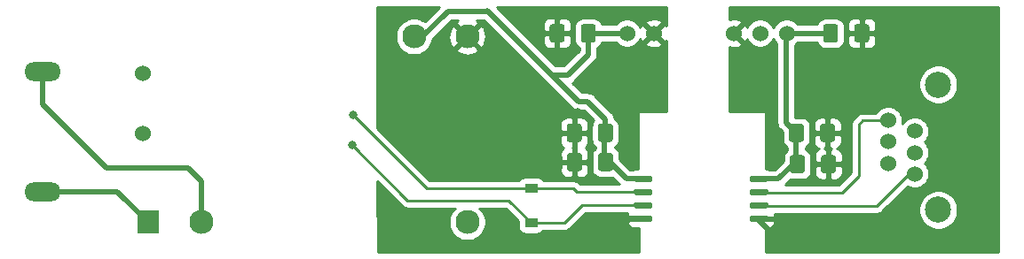
<source format=gtl>
G04 #@! TF.GenerationSoftware,KiCad,Pcbnew,(5.1.6)-1*
G04 #@! TF.CreationDate,2020-11-26T12:48:08+01:00*
G04 #@! TF.ProjectId,IsolationBarrier,49736f6c-6174-4696-9f6e-426172726965,rev?*
G04 #@! TF.SameCoordinates,Original*
G04 #@! TF.FileFunction,Copper,L1,Top*
G04 #@! TF.FilePolarity,Positive*
%FSLAX46Y46*%
G04 Gerber Fmt 4.6, Leading zero omitted, Abs format (unit mm)*
G04 Created by KiCad (PCBNEW (5.1.6)-1) date 2020-11-26 12:48:08*
%MOMM*%
%LPD*%
G01*
G04 APERTURE LIST*
G04 #@! TA.AperFunction,WasherPad*
%ADD10C,2.500000*%
G04 #@! TD*
G04 #@! TA.AperFunction,ComponentPad*
%ADD11C,1.524000*%
G04 #@! TD*
G04 #@! TA.AperFunction,ComponentPad*
%ADD12O,3.500000X1.800000*%
G04 #@! TD*
G04 #@! TA.AperFunction,ComponentPad*
%ADD13C,2.300000*%
G04 #@! TD*
G04 #@! TA.AperFunction,ComponentPad*
%ADD14R,2.000000X2.300000*%
G04 #@! TD*
G04 #@! TA.AperFunction,SMDPad,CuDef*
%ADD15R,1.200000X0.900000*%
G04 #@! TD*
G04 #@! TA.AperFunction,ViaPad*
%ADD16C,0.800000*%
G04 #@! TD*
G04 #@! TA.AperFunction,Conductor*
%ADD17C,0.500000*%
G04 #@! TD*
G04 #@! TA.AperFunction,Conductor*
%ADD18C,0.250000*%
G04 #@! TD*
G04 #@! TA.AperFunction,Conductor*
%ADD19C,0.254000*%
G04 #@! TD*
G04 APERTURE END LIST*
D10*
X121951100Y-94358700D03*
X121951100Y-106358700D03*
D11*
X119716100Y-98828700D03*
X119716100Y-100868700D03*
X119716100Y-102908700D03*
X117176100Y-97808700D03*
X117176100Y-99848700D03*
X117176100Y-101888700D03*
D12*
X36508000Y-104591800D03*
X36508000Y-93091800D03*
G04 #@! TA.AperFunction,SMDPad,CuDef*
G36*
G01*
X103946000Y-103528800D02*
X103946000Y-103228800D01*
G75*
G02*
X104096000Y-103078800I150000J0D01*
G01*
X105596000Y-103078800D01*
G75*
G02*
X105746000Y-103228800I0J-150000D01*
G01*
X105746000Y-103528800D01*
G75*
G02*
X105596000Y-103678800I-150000J0D01*
G01*
X104096000Y-103678800D01*
G75*
G02*
X103946000Y-103528800I0J150000D01*
G01*
G37*
G04 #@! TD.AperFunction*
G04 #@! TA.AperFunction,SMDPad,CuDef*
G36*
G01*
X103946000Y-104798800D02*
X103946000Y-104498800D01*
G75*
G02*
X104096000Y-104348800I150000J0D01*
G01*
X105596000Y-104348800D01*
G75*
G02*
X105746000Y-104498800I0J-150000D01*
G01*
X105746000Y-104798800D01*
G75*
G02*
X105596000Y-104948800I-150000J0D01*
G01*
X104096000Y-104948800D01*
G75*
G02*
X103946000Y-104798800I0J150000D01*
G01*
G37*
G04 #@! TD.AperFunction*
G04 #@! TA.AperFunction,SMDPad,CuDef*
G36*
G01*
X103946000Y-106068800D02*
X103946000Y-105768800D01*
G75*
G02*
X104096000Y-105618800I150000J0D01*
G01*
X105596000Y-105618800D01*
G75*
G02*
X105746000Y-105768800I0J-150000D01*
G01*
X105746000Y-106068800D01*
G75*
G02*
X105596000Y-106218800I-150000J0D01*
G01*
X104096000Y-106218800D01*
G75*
G02*
X103946000Y-106068800I0J150000D01*
G01*
G37*
G04 #@! TD.AperFunction*
G04 #@! TA.AperFunction,SMDPad,CuDef*
G36*
G01*
X103946000Y-107338800D02*
X103946000Y-107038800D01*
G75*
G02*
X104096000Y-106888800I150000J0D01*
G01*
X105596000Y-106888800D01*
G75*
G02*
X105746000Y-107038800I0J-150000D01*
G01*
X105746000Y-107338800D01*
G75*
G02*
X105596000Y-107488800I-150000J0D01*
G01*
X104096000Y-107488800D01*
G75*
G02*
X103946000Y-107338800I0J150000D01*
G01*
G37*
G04 #@! TD.AperFunction*
G04 #@! TA.AperFunction,SMDPad,CuDef*
G36*
G01*
X92896000Y-107338800D02*
X92896000Y-107038800D01*
G75*
G02*
X93046000Y-106888800I150000J0D01*
G01*
X94546000Y-106888800D01*
G75*
G02*
X94696000Y-107038800I0J-150000D01*
G01*
X94696000Y-107338800D01*
G75*
G02*
X94546000Y-107488800I-150000J0D01*
G01*
X93046000Y-107488800D01*
G75*
G02*
X92896000Y-107338800I0J150000D01*
G01*
G37*
G04 #@! TD.AperFunction*
G04 #@! TA.AperFunction,SMDPad,CuDef*
G36*
G01*
X92896000Y-106068800D02*
X92896000Y-105768800D01*
G75*
G02*
X93046000Y-105618800I150000J0D01*
G01*
X94546000Y-105618800D01*
G75*
G02*
X94696000Y-105768800I0J-150000D01*
G01*
X94696000Y-106068800D01*
G75*
G02*
X94546000Y-106218800I-150000J0D01*
G01*
X93046000Y-106218800D01*
G75*
G02*
X92896000Y-106068800I0J150000D01*
G01*
G37*
G04 #@! TD.AperFunction*
G04 #@! TA.AperFunction,SMDPad,CuDef*
G36*
G01*
X92896000Y-104798800D02*
X92896000Y-104498800D01*
G75*
G02*
X93046000Y-104348800I150000J0D01*
G01*
X94546000Y-104348800D01*
G75*
G02*
X94696000Y-104498800I0J-150000D01*
G01*
X94696000Y-104798800D01*
G75*
G02*
X94546000Y-104948800I-150000J0D01*
G01*
X93046000Y-104948800D01*
G75*
G02*
X92896000Y-104798800I0J150000D01*
G01*
G37*
G04 #@! TD.AperFunction*
G04 #@! TA.AperFunction,SMDPad,CuDef*
G36*
G01*
X92896000Y-103528800D02*
X92896000Y-103228800D01*
G75*
G02*
X93046000Y-103078800I150000J0D01*
G01*
X94546000Y-103078800D01*
G75*
G02*
X94696000Y-103228800I0J-150000D01*
G01*
X94696000Y-103528800D01*
G75*
G02*
X94546000Y-103678800I-150000J0D01*
G01*
X93046000Y-103678800D01*
G75*
G02*
X92896000Y-103528800I0J150000D01*
G01*
G37*
G04 #@! TD.AperFunction*
D13*
X71931000Y-89761300D03*
X77011000Y-89761300D03*
X51611000Y-107541300D03*
D14*
X46531000Y-107541300D03*
D13*
X77011000Y-107541300D03*
D11*
X107491000Y-89443800D03*
X104951000Y-89443800D03*
X102411000Y-89443800D03*
X94791000Y-89443800D03*
X92251000Y-89443800D03*
D15*
X83121000Y-107583800D03*
X83121000Y-104283800D03*
G04 #@! TA.AperFunction,SMDPad,CuDef*
G36*
G01*
X110680000Y-99608800D02*
X110680000Y-98358800D01*
G75*
G02*
X110930000Y-98108800I250000J0D01*
G01*
X111855000Y-98108800D01*
G75*
G02*
X112105000Y-98358800I0J-250000D01*
G01*
X112105000Y-99608800D01*
G75*
G02*
X111855000Y-99858800I-250000J0D01*
G01*
X110930000Y-99858800D01*
G75*
G02*
X110680000Y-99608800I0J250000D01*
G01*
G37*
G04 #@! TD.AperFunction*
G04 #@! TA.AperFunction,SMDPad,CuDef*
G36*
G01*
X107705000Y-99608800D02*
X107705000Y-98358800D01*
G75*
G02*
X107955000Y-98108800I250000J0D01*
G01*
X108880000Y-98108800D01*
G75*
G02*
X109130000Y-98358800I0J-250000D01*
G01*
X109130000Y-99608800D01*
G75*
G02*
X108880000Y-99858800I-250000J0D01*
G01*
X107955000Y-99858800D01*
G75*
G02*
X107705000Y-99608800I0J250000D01*
G01*
G37*
G04 #@! TD.AperFunction*
G04 #@! TA.AperFunction,SMDPad,CuDef*
G36*
G01*
X87933500Y-98358800D02*
X87933500Y-99608800D01*
G75*
G02*
X87683500Y-99858800I-250000J0D01*
G01*
X86758500Y-99858800D01*
G75*
G02*
X86508500Y-99608800I0J250000D01*
G01*
X86508500Y-98358800D01*
G75*
G02*
X86758500Y-98108800I250000J0D01*
G01*
X87683500Y-98108800D01*
G75*
G02*
X87933500Y-98358800I0J-250000D01*
G01*
G37*
G04 #@! TD.AperFunction*
G04 #@! TA.AperFunction,SMDPad,CuDef*
G36*
G01*
X90908500Y-98358800D02*
X90908500Y-99608800D01*
G75*
G02*
X90658500Y-99858800I-250000J0D01*
G01*
X89733500Y-99858800D01*
G75*
G02*
X89483500Y-99608800I0J250000D01*
G01*
X89483500Y-98358800D01*
G75*
G02*
X89733500Y-98108800I250000J0D01*
G01*
X90658500Y-98108800D01*
G75*
G02*
X90908500Y-98358800I0J-250000D01*
G01*
G37*
G04 #@! TD.AperFunction*
G04 #@! TA.AperFunction,SMDPad,CuDef*
G36*
G01*
X109217500Y-101358800D02*
X109217500Y-102608800D01*
G75*
G02*
X108967500Y-102858800I-250000J0D01*
G01*
X108042500Y-102858800D01*
G75*
G02*
X107792500Y-102608800I0J250000D01*
G01*
X107792500Y-101358800D01*
G75*
G02*
X108042500Y-101108800I250000J0D01*
G01*
X108967500Y-101108800D01*
G75*
G02*
X109217500Y-101358800I0J-250000D01*
G01*
G37*
G04 #@! TD.AperFunction*
G04 #@! TA.AperFunction,SMDPad,CuDef*
G36*
G01*
X112192500Y-101358800D02*
X112192500Y-102608800D01*
G75*
G02*
X111942500Y-102858800I-250000J0D01*
G01*
X111017500Y-102858800D01*
G75*
G02*
X110767500Y-102608800I0J250000D01*
G01*
X110767500Y-101358800D01*
G75*
G02*
X111017500Y-101108800I250000J0D01*
G01*
X111942500Y-101108800D01*
G75*
G02*
X112192500Y-101358800I0J-250000D01*
G01*
G37*
G04 #@! TD.AperFunction*
G04 #@! TA.AperFunction,SMDPad,CuDef*
G36*
G01*
X89508500Y-102408800D02*
X89508500Y-101158800D01*
G75*
G02*
X89758500Y-100908800I250000J0D01*
G01*
X90683500Y-100908800D01*
G75*
G02*
X90933500Y-101158800I0J-250000D01*
G01*
X90933500Y-102408800D01*
G75*
G02*
X90683500Y-102658800I-250000J0D01*
G01*
X89758500Y-102658800D01*
G75*
G02*
X89508500Y-102408800I0J250000D01*
G01*
G37*
G04 #@! TD.AperFunction*
G04 #@! TA.AperFunction,SMDPad,CuDef*
G36*
G01*
X86533500Y-102408800D02*
X86533500Y-101158800D01*
G75*
G02*
X86783500Y-100908800I250000J0D01*
G01*
X87708500Y-100908800D01*
G75*
G02*
X87958500Y-101158800I0J-250000D01*
G01*
X87958500Y-102408800D01*
G75*
G02*
X87708500Y-102658800I-250000J0D01*
G01*
X86783500Y-102658800D01*
G75*
G02*
X86533500Y-102408800I0J250000D01*
G01*
G37*
G04 #@! TD.AperFunction*
D11*
X46091800Y-93263500D03*
X46091800Y-99063500D03*
G04 #@! TA.AperFunction,SMDPad,CuDef*
G36*
G01*
X113944500Y-90068800D02*
X113944500Y-88818800D01*
G75*
G02*
X114194500Y-88568800I250000J0D01*
G01*
X115119500Y-88568800D01*
G75*
G02*
X115369500Y-88818800I0J-250000D01*
G01*
X115369500Y-90068800D01*
G75*
G02*
X115119500Y-90318800I-250000J0D01*
G01*
X114194500Y-90318800D01*
G75*
G02*
X113944500Y-90068800I0J250000D01*
G01*
G37*
G04 #@! TD.AperFunction*
G04 #@! TA.AperFunction,SMDPad,CuDef*
G36*
G01*
X110969500Y-90068800D02*
X110969500Y-88818800D01*
G75*
G02*
X111219500Y-88568800I250000J0D01*
G01*
X112144500Y-88568800D01*
G75*
G02*
X112394500Y-88818800I0J-250000D01*
G01*
X112394500Y-90068800D01*
G75*
G02*
X112144500Y-90318800I-250000J0D01*
G01*
X111219500Y-90318800D01*
G75*
G02*
X110969500Y-90068800I0J250000D01*
G01*
G37*
G04 #@! TD.AperFunction*
G04 #@! TA.AperFunction,SMDPad,CuDef*
G36*
G01*
X86305500Y-88818800D02*
X86305500Y-90068800D01*
G75*
G02*
X86055500Y-90318800I-250000J0D01*
G01*
X85130500Y-90318800D01*
G75*
G02*
X84880500Y-90068800I0J250000D01*
G01*
X84880500Y-88818800D01*
G75*
G02*
X85130500Y-88568800I250000J0D01*
G01*
X86055500Y-88568800D01*
G75*
G02*
X86305500Y-88818800I0J-250000D01*
G01*
G37*
G04 #@! TD.AperFunction*
G04 #@! TA.AperFunction,SMDPad,CuDef*
G36*
G01*
X89280500Y-88818800D02*
X89280500Y-90068800D01*
G75*
G02*
X89030500Y-90318800I-250000J0D01*
G01*
X88105500Y-90318800D01*
G75*
G02*
X87855500Y-90068800I0J250000D01*
G01*
X87855500Y-88818800D01*
G75*
G02*
X88105500Y-88568800I250000J0D01*
G01*
X89030500Y-88568800D01*
G75*
G02*
X89280500Y-88818800I0J-250000D01*
G01*
G37*
G04 #@! TD.AperFunction*
D16*
X71550000Y-107795300D03*
X77646000Y-91729800D03*
X82550000Y-109283500D03*
X81821000Y-97483800D03*
X87621000Y-109183800D03*
X87552000Y-97000300D03*
X82535500Y-100111800D03*
X76884000Y-102016800D03*
X70026000Y-95539800D03*
X70407000Y-99159300D03*
X70216500Y-109065300D03*
X93711500Y-87411800D03*
X93076500Y-94396800D03*
X92505000Y-91412300D03*
X91552500Y-93444300D03*
X81837000Y-94650800D03*
X113978100Y-94372700D03*
X112609100Y-92961700D03*
X112317000Y-94777800D03*
X111211000Y-108620800D03*
X118730500Y-108049300D03*
X122413500Y-102461300D03*
X120000500Y-90078800D03*
X103935000Y-92745800D03*
X126985500Y-109763800D03*
X123112000Y-87475300D03*
X116698500Y-88237300D03*
X122667500Y-99095800D03*
X105903500Y-94206300D03*
X106602000Y-87475300D03*
X66089000Y-97254300D03*
X66040000Y-100175300D03*
D17*
X93996000Y-107188800D02*
X92016000Y-107188800D01*
X92016000Y-107188800D02*
X90021000Y-109183800D01*
X90021000Y-109183800D02*
X87621000Y-109183800D01*
X90121000Y-101683800D02*
X90221000Y-101783800D01*
X90121000Y-98983800D02*
X90121000Y-101683800D01*
X90621000Y-101783800D02*
X90221000Y-101783800D01*
X93996000Y-103378800D02*
X92216000Y-103378800D01*
X92216000Y-103378800D02*
X90621000Y-101783800D01*
X88568000Y-89443800D02*
X92251000Y-89443800D01*
X85075500Y-93444300D02*
X86599500Y-93444300D01*
X88568000Y-91475800D02*
X88568000Y-89443800D01*
X86599500Y-93444300D02*
X88568000Y-91475800D01*
X72667400Y-89836100D02*
X71969200Y-89836100D01*
X75155200Y-87348300D02*
X72667400Y-89836100D01*
X85075500Y-93444300D02*
X78916000Y-87284800D01*
X78852500Y-87348300D02*
X78916000Y-87284800D01*
X75155200Y-87348300D02*
X78852500Y-87348300D01*
X90196000Y-97675800D02*
X90196000Y-98983800D01*
X88504500Y-95984300D02*
X90196000Y-97675800D01*
X85075500Y-93444300D02*
X87615500Y-95984300D01*
X87615500Y-95984300D02*
X88504500Y-95984300D01*
X104646000Y-107188800D02*
X106078000Y-108620800D01*
X110645315Y-108620800D02*
X111211000Y-108620800D01*
X106078000Y-108620800D02*
X110645315Y-108620800D01*
X106726000Y-103378800D02*
X104646000Y-103378800D01*
X108417500Y-101896300D02*
X108505000Y-101983800D01*
X108417500Y-98983800D02*
X108417500Y-101896300D01*
X111682000Y-89443800D02*
X107491000Y-89443800D01*
X107433500Y-89501300D02*
X107491000Y-89443800D01*
X107433500Y-96983800D02*
X107433500Y-89501300D01*
X106726000Y-103378800D02*
X105710000Y-103378800D01*
X108505000Y-101983800D02*
X108121000Y-101983800D01*
X108121000Y-101983800D02*
X106726000Y-103378800D01*
X107433500Y-97999800D02*
X108417500Y-98983800D01*
X107433500Y-96983800D02*
X107433500Y-97999800D01*
X36508000Y-96248300D02*
X36508000Y-93091800D01*
X40750000Y-100490300D02*
X36508000Y-96248300D01*
X51649200Y-107616100D02*
X51649200Y-103595500D01*
X51649200Y-103595500D02*
X50401000Y-102347300D01*
X50401000Y-102347300D02*
X42607000Y-102347300D01*
X42607000Y-102347300D02*
X40750000Y-100490300D01*
D18*
X83121000Y-104283800D02*
X87121000Y-104283800D01*
X87486000Y-104648800D02*
X93996000Y-104648800D01*
X87121000Y-104283800D02*
X87486000Y-104648800D01*
X73118500Y-104283800D02*
X66089000Y-97254300D01*
X83121000Y-104283800D02*
X73118500Y-104283800D01*
D17*
X43581500Y-104591800D02*
X46531000Y-107541300D01*
X36508000Y-104591800D02*
X43581500Y-104591800D01*
D18*
X83121000Y-107583800D02*
X86321000Y-107583800D01*
X87986000Y-105918800D02*
X93996000Y-105918800D01*
X86321000Y-107583800D02*
X87986000Y-105918800D01*
X71312000Y-105447300D02*
X66040000Y-100175300D01*
X80984500Y-105447300D02*
X71312000Y-105447300D01*
X83121000Y-107583800D02*
X80984500Y-105447300D01*
X119172100Y-102908700D02*
X119716100Y-102908700D01*
X104303100Y-106007700D02*
X116073100Y-106007700D01*
X116073100Y-106007700D02*
X119172100Y-102908700D01*
X104303100Y-104737700D02*
X112771100Y-104737700D01*
X112771100Y-104737700D02*
X114387100Y-103121700D01*
X114387100Y-103121700D02*
X114387100Y-98168700D01*
X114747100Y-97808700D02*
X117176100Y-97808700D01*
X114387100Y-98168700D02*
X114747100Y-97808700D01*
D19*
G36*
X127669001Y-110348000D02*
G01*
X105509226Y-110348000D01*
X105506200Y-108125673D01*
X105746000Y-108126872D01*
X105870482Y-108114612D01*
X105990180Y-108078302D01*
X106100494Y-108019337D01*
X106197185Y-107939985D01*
X106276537Y-107843294D01*
X106335502Y-107732980D01*
X106371812Y-107613282D01*
X106384072Y-107488800D01*
X106381000Y-107474550D01*
X106222250Y-107315800D01*
X105505097Y-107315800D01*
X105504752Y-107061800D01*
X106222250Y-107061800D01*
X106381000Y-106903050D01*
X106384072Y-106888800D01*
X106371812Y-106764318D01*
X106370411Y-106759700D01*
X116036165Y-106759700D01*
X116073100Y-106763338D01*
X116110035Y-106759700D01*
X116110038Y-106759700D01*
X116220518Y-106748819D01*
X116362270Y-106705818D01*
X116492910Y-106635990D01*
X116607417Y-106542017D01*
X116630967Y-106513321D01*
X116970456Y-106173832D01*
X120074100Y-106173832D01*
X120074100Y-106543568D01*
X120146232Y-106906201D01*
X120287724Y-107247793D01*
X120493139Y-107555218D01*
X120754582Y-107816661D01*
X121062007Y-108022076D01*
X121403599Y-108163568D01*
X121766232Y-108235700D01*
X122135968Y-108235700D01*
X122498601Y-108163568D01*
X122840193Y-108022076D01*
X123147618Y-107816661D01*
X123409061Y-107555218D01*
X123614476Y-107247793D01*
X123755968Y-106906201D01*
X123828100Y-106543568D01*
X123828100Y-106173832D01*
X123755968Y-105811199D01*
X123614476Y-105469607D01*
X123409061Y-105162182D01*
X123147618Y-104900739D01*
X122840193Y-104695324D01*
X122498601Y-104553832D01*
X122135968Y-104481700D01*
X121766232Y-104481700D01*
X121403599Y-104553832D01*
X121062007Y-104695324D01*
X120754582Y-104900739D01*
X120493139Y-105162182D01*
X120287724Y-105469607D01*
X120146232Y-105811199D01*
X120074100Y-106173832D01*
X116970456Y-106173832D01*
X119026098Y-104118191D01*
X119058162Y-104139616D01*
X119310944Y-104244322D01*
X119579295Y-104297700D01*
X119852905Y-104297700D01*
X120121256Y-104244322D01*
X120374038Y-104139616D01*
X120601536Y-103987607D01*
X120795007Y-103794136D01*
X120947016Y-103566638D01*
X121051722Y-103313856D01*
X121105100Y-103045505D01*
X121105100Y-102771895D01*
X121051722Y-102503544D01*
X120947016Y-102250762D01*
X120795007Y-102023264D01*
X120660443Y-101888700D01*
X120795007Y-101754136D01*
X120947016Y-101526638D01*
X121051722Y-101273856D01*
X121105100Y-101005505D01*
X121105100Y-100731895D01*
X121051722Y-100463544D01*
X120947016Y-100210762D01*
X120795007Y-99983264D01*
X120660443Y-99848700D01*
X120795007Y-99714136D01*
X120947016Y-99486638D01*
X121051722Y-99233856D01*
X121105100Y-98965505D01*
X121105100Y-98691895D01*
X121051722Y-98423544D01*
X120947016Y-98170762D01*
X120795007Y-97943264D01*
X120601536Y-97749793D01*
X120374038Y-97597784D01*
X120121256Y-97493078D01*
X119852905Y-97439700D01*
X119579295Y-97439700D01*
X119310944Y-97493078D01*
X119058162Y-97597784D01*
X118830664Y-97749793D01*
X118637193Y-97943264D01*
X118535176Y-98095943D01*
X118565100Y-97945505D01*
X118565100Y-97671895D01*
X118511722Y-97403544D01*
X118407016Y-97150762D01*
X118255007Y-96923264D01*
X118061536Y-96729793D01*
X117834038Y-96577784D01*
X117581256Y-96473078D01*
X117312905Y-96419700D01*
X117039295Y-96419700D01*
X116770944Y-96473078D01*
X116518162Y-96577784D01*
X116290664Y-96729793D01*
X116097193Y-96923264D01*
X116008034Y-97056700D01*
X114784035Y-97056700D01*
X114747100Y-97053062D01*
X114710164Y-97056700D01*
X114710162Y-97056700D01*
X114599682Y-97067581D01*
X114457930Y-97110582D01*
X114327290Y-97180410D01*
X114212783Y-97274383D01*
X114189233Y-97303079D01*
X113881475Y-97610837D01*
X113852784Y-97634383D01*
X113829238Y-97663074D01*
X113829237Y-97663075D01*
X113758810Y-97748890D01*
X113688982Y-97879531D01*
X113645982Y-98021283D01*
X113631462Y-98168700D01*
X113635101Y-98205645D01*
X113635100Y-102810211D01*
X112459612Y-103985700D01*
X107362455Y-103985700D01*
X107376597Y-103968469D01*
X107872934Y-103472132D01*
X108042500Y-103488833D01*
X108967500Y-103488833D01*
X109139186Y-103471923D01*
X109304274Y-103421844D01*
X109456420Y-103340521D01*
X109589777Y-103231077D01*
X109699221Y-103097720D01*
X109780544Y-102945574D01*
X109806866Y-102858800D01*
X110129428Y-102858800D01*
X110141688Y-102983282D01*
X110177998Y-103102980D01*
X110236963Y-103213294D01*
X110316315Y-103309985D01*
X110413006Y-103389337D01*
X110523320Y-103448302D01*
X110643018Y-103484612D01*
X110767500Y-103496872D01*
X111194250Y-103493800D01*
X111353000Y-103335050D01*
X111353000Y-102110800D01*
X111607000Y-102110800D01*
X111607000Y-103335050D01*
X111765750Y-103493800D01*
X112192500Y-103496872D01*
X112316982Y-103484612D01*
X112436680Y-103448302D01*
X112546994Y-103389337D01*
X112643685Y-103309985D01*
X112723037Y-103213294D01*
X112782002Y-103102980D01*
X112818312Y-102983282D01*
X112830572Y-102858800D01*
X112827500Y-102269550D01*
X112668750Y-102110800D01*
X111607000Y-102110800D01*
X111353000Y-102110800D01*
X110291250Y-102110800D01*
X110132500Y-102269550D01*
X110129428Y-102858800D01*
X109806866Y-102858800D01*
X109830623Y-102780486D01*
X109847533Y-102608800D01*
X109847533Y-101358800D01*
X109830623Y-101187114D01*
X109780544Y-101022026D01*
X109699221Y-100869880D01*
X109589777Y-100736523D01*
X109456420Y-100627079D01*
X109304274Y-100545756D01*
X109294500Y-100542791D01*
X109294500Y-100380299D01*
X109368920Y-100340521D01*
X109502277Y-100231077D01*
X109611721Y-100097720D01*
X109693044Y-99945574D01*
X109719366Y-99858800D01*
X110041928Y-99858800D01*
X110054188Y-99983282D01*
X110090498Y-100102980D01*
X110149463Y-100213294D01*
X110228815Y-100309985D01*
X110325506Y-100389337D01*
X110435820Y-100448302D01*
X110555518Y-100484612D01*
X110617531Y-100490720D01*
X110523320Y-100519298D01*
X110413006Y-100578263D01*
X110316315Y-100657615D01*
X110236963Y-100754306D01*
X110177998Y-100864620D01*
X110141688Y-100984318D01*
X110129428Y-101108800D01*
X110132500Y-101698050D01*
X110291250Y-101856800D01*
X111353000Y-101856800D01*
X111353000Y-100632550D01*
X111194250Y-100473800D01*
X111127232Y-100473318D01*
X111265500Y-100335050D01*
X111265500Y-99110800D01*
X111519500Y-99110800D01*
X111519500Y-100335050D01*
X111678250Y-100493800D01*
X111745268Y-100494282D01*
X111607000Y-100632550D01*
X111607000Y-101856800D01*
X112668750Y-101856800D01*
X112827500Y-101698050D01*
X112830572Y-101108800D01*
X112818312Y-100984318D01*
X112782002Y-100864620D01*
X112723037Y-100754306D01*
X112643685Y-100657615D01*
X112546994Y-100578263D01*
X112436680Y-100519298D01*
X112316982Y-100482988D01*
X112254969Y-100476880D01*
X112349180Y-100448302D01*
X112459494Y-100389337D01*
X112556185Y-100309985D01*
X112635537Y-100213294D01*
X112694502Y-100102980D01*
X112730812Y-99983282D01*
X112743072Y-99858800D01*
X112740000Y-99269550D01*
X112581250Y-99110800D01*
X111519500Y-99110800D01*
X111265500Y-99110800D01*
X110203750Y-99110800D01*
X110045000Y-99269550D01*
X110041928Y-99858800D01*
X109719366Y-99858800D01*
X109743123Y-99780486D01*
X109760033Y-99608800D01*
X109760033Y-98358800D01*
X109743123Y-98187114D01*
X109719367Y-98108800D01*
X110041928Y-98108800D01*
X110045000Y-98698050D01*
X110203750Y-98856800D01*
X111265500Y-98856800D01*
X111265500Y-97632550D01*
X111519500Y-97632550D01*
X111519500Y-98856800D01*
X112581250Y-98856800D01*
X112740000Y-98698050D01*
X112743072Y-98108800D01*
X112730812Y-97984318D01*
X112694502Y-97864620D01*
X112635537Y-97754306D01*
X112556185Y-97657615D01*
X112459494Y-97578263D01*
X112349180Y-97519298D01*
X112229482Y-97482988D01*
X112105000Y-97470728D01*
X111678250Y-97473800D01*
X111519500Y-97632550D01*
X111265500Y-97632550D01*
X111106750Y-97473800D01*
X110680000Y-97470728D01*
X110555518Y-97482988D01*
X110435820Y-97519298D01*
X110325506Y-97578263D01*
X110228815Y-97657615D01*
X110149463Y-97754306D01*
X110090498Y-97864620D01*
X110054188Y-97984318D01*
X110041928Y-98108800D01*
X109719367Y-98108800D01*
X109693044Y-98022026D01*
X109611721Y-97869880D01*
X109502277Y-97736523D01*
X109368920Y-97627079D01*
X109216774Y-97545756D01*
X109051686Y-97495677D01*
X108880000Y-97478767D01*
X108310500Y-97478767D01*
X108310500Y-94173832D01*
X120074100Y-94173832D01*
X120074100Y-94543568D01*
X120146232Y-94906201D01*
X120287724Y-95247793D01*
X120493139Y-95555218D01*
X120754582Y-95816661D01*
X121062007Y-96022076D01*
X121403599Y-96163568D01*
X121766232Y-96235700D01*
X122135968Y-96235700D01*
X122498601Y-96163568D01*
X122840193Y-96022076D01*
X123147618Y-95816661D01*
X123409061Y-95555218D01*
X123614476Y-95247793D01*
X123755968Y-94906201D01*
X123828100Y-94543568D01*
X123828100Y-94173832D01*
X123755968Y-93811199D01*
X123614476Y-93469607D01*
X123409061Y-93162182D01*
X123147618Y-92900739D01*
X122840193Y-92695324D01*
X122498601Y-92553832D01*
X122135968Y-92481700D01*
X121766232Y-92481700D01*
X121403599Y-92553832D01*
X121062007Y-92695324D01*
X120754582Y-92900739D01*
X120493139Y-93162182D01*
X120287724Y-93469607D01*
X120146232Y-93811199D01*
X120074100Y-94173832D01*
X108310500Y-94173832D01*
X108310500Y-90566764D01*
X108376436Y-90522707D01*
X108569907Y-90329236D01*
X108575544Y-90320800D01*
X110380740Y-90320800D01*
X110406456Y-90405574D01*
X110487779Y-90557720D01*
X110597223Y-90691077D01*
X110730580Y-90800521D01*
X110882726Y-90881844D01*
X111047814Y-90931923D01*
X111219500Y-90948833D01*
X112144500Y-90948833D01*
X112316186Y-90931923D01*
X112481274Y-90881844D01*
X112633420Y-90800521D01*
X112766777Y-90691077D01*
X112876221Y-90557720D01*
X112957544Y-90405574D01*
X112983866Y-90318800D01*
X113306428Y-90318800D01*
X113318688Y-90443282D01*
X113354998Y-90562980D01*
X113413963Y-90673294D01*
X113493315Y-90769985D01*
X113590006Y-90849337D01*
X113700320Y-90908302D01*
X113820018Y-90944612D01*
X113944500Y-90956872D01*
X114371250Y-90953800D01*
X114530000Y-90795050D01*
X114530000Y-89570800D01*
X114784000Y-89570800D01*
X114784000Y-90795050D01*
X114942750Y-90953800D01*
X115369500Y-90956872D01*
X115493982Y-90944612D01*
X115613680Y-90908302D01*
X115723994Y-90849337D01*
X115820685Y-90769985D01*
X115900037Y-90673294D01*
X115959002Y-90562980D01*
X115995312Y-90443282D01*
X116007572Y-90318800D01*
X116004500Y-89729550D01*
X115845750Y-89570800D01*
X114784000Y-89570800D01*
X114530000Y-89570800D01*
X113468250Y-89570800D01*
X113309500Y-89729550D01*
X113306428Y-90318800D01*
X112983866Y-90318800D01*
X113007623Y-90240486D01*
X113024533Y-90068800D01*
X113024533Y-88818800D01*
X113007623Y-88647114D01*
X112983867Y-88568800D01*
X113306428Y-88568800D01*
X113309500Y-89158050D01*
X113468250Y-89316800D01*
X114530000Y-89316800D01*
X114530000Y-88092550D01*
X114784000Y-88092550D01*
X114784000Y-89316800D01*
X115845750Y-89316800D01*
X116004500Y-89158050D01*
X116007572Y-88568800D01*
X115995312Y-88444318D01*
X115959002Y-88324620D01*
X115900037Y-88214306D01*
X115820685Y-88117615D01*
X115723994Y-88038263D01*
X115613680Y-87979298D01*
X115493982Y-87942988D01*
X115369500Y-87930728D01*
X114942750Y-87933800D01*
X114784000Y-88092550D01*
X114530000Y-88092550D01*
X114371250Y-87933800D01*
X113944500Y-87930728D01*
X113820018Y-87942988D01*
X113700320Y-87979298D01*
X113590006Y-88038263D01*
X113493315Y-88117615D01*
X113413963Y-88214306D01*
X113354998Y-88324620D01*
X113318688Y-88444318D01*
X113306428Y-88568800D01*
X112983867Y-88568800D01*
X112957544Y-88482026D01*
X112876221Y-88329880D01*
X112766777Y-88196523D01*
X112633420Y-88087079D01*
X112481274Y-88005756D01*
X112316186Y-87955677D01*
X112144500Y-87938767D01*
X111219500Y-87938767D01*
X111047814Y-87955677D01*
X110882726Y-88005756D01*
X110730580Y-88087079D01*
X110597223Y-88196523D01*
X110487779Y-88329880D01*
X110406456Y-88482026D01*
X110380740Y-88566800D01*
X108575544Y-88566800D01*
X108569907Y-88558364D01*
X108376436Y-88364893D01*
X108148938Y-88212884D01*
X107896156Y-88108178D01*
X107627805Y-88054800D01*
X107354195Y-88054800D01*
X107085844Y-88108178D01*
X106833062Y-88212884D01*
X106605564Y-88364893D01*
X106412093Y-88558364D01*
X106260084Y-88785862D01*
X106221000Y-88880219D01*
X106181916Y-88785862D01*
X106029907Y-88558364D01*
X105836436Y-88364893D01*
X105608938Y-88212884D01*
X105356156Y-88108178D01*
X105087805Y-88054800D01*
X104814195Y-88054800D01*
X104545844Y-88108178D01*
X104293062Y-88212884D01*
X104065564Y-88364893D01*
X103872093Y-88558364D01*
X103720084Y-88785862D01*
X103687336Y-88864922D01*
X103678636Y-88840777D01*
X103616656Y-88724820D01*
X103376565Y-88657840D01*
X102590605Y-89443800D01*
X103376565Y-90229760D01*
X103616656Y-90162780D01*
X103685088Y-90017251D01*
X103720084Y-90101738D01*
X103872093Y-90329236D01*
X104065564Y-90522707D01*
X104293062Y-90674716D01*
X104545844Y-90779422D01*
X104814195Y-90832800D01*
X105087805Y-90832800D01*
X105356156Y-90779422D01*
X105608938Y-90674716D01*
X105836436Y-90522707D01*
X106029907Y-90329236D01*
X106181916Y-90101738D01*
X106221000Y-90007381D01*
X106260084Y-90101738D01*
X106412093Y-90329236D01*
X106556501Y-90473644D01*
X106556500Y-96940721D01*
X106556500Y-96940722D01*
X106556501Y-97956711D01*
X106552257Y-97999800D01*
X106569190Y-98171722D01*
X106619338Y-98337036D01*
X106700774Y-98489392D01*
X106782906Y-98589471D01*
X106782909Y-98589474D01*
X106810368Y-98622933D01*
X106843827Y-98650392D01*
X107074967Y-98881532D01*
X107074967Y-99608800D01*
X107091877Y-99780486D01*
X107141956Y-99945574D01*
X107223279Y-100097720D01*
X107332723Y-100231077D01*
X107466080Y-100340521D01*
X107540500Y-100380299D01*
X107540501Y-100637813D01*
X107420223Y-100736523D01*
X107310779Y-100869880D01*
X107229456Y-101022026D01*
X107179377Y-101187114D01*
X107162467Y-101358800D01*
X107162467Y-101702067D01*
X106362735Y-102501800D01*
X105873596Y-102501800D01*
X105748177Y-102463755D01*
X105596000Y-102448767D01*
X105498471Y-102448767D01*
X105491139Y-97063627D01*
X105488665Y-97038854D01*
X105481405Y-97015039D01*
X105469639Y-96993099D01*
X105453819Y-96973875D01*
X105434553Y-96958107D01*
X105412580Y-96946401D01*
X105388746Y-96939207D01*
X105364139Y-96936800D01*
X102030000Y-96936800D01*
X102030000Y-90788626D01*
X102208135Y-90832823D01*
X102483017Y-90845710D01*
X102755133Y-90804722D01*
X103014023Y-90711436D01*
X103129980Y-90649456D01*
X103196960Y-90409365D01*
X102411000Y-89623405D01*
X102396858Y-89637548D01*
X102217253Y-89457943D01*
X102231395Y-89443800D01*
X102217253Y-89429658D01*
X102396858Y-89250053D01*
X102411000Y-89264195D01*
X103196960Y-88478235D01*
X103129980Y-88238144D01*
X102880952Y-88121044D01*
X102613865Y-88054777D01*
X102338983Y-88041890D01*
X102066867Y-88082878D01*
X102030000Y-88096162D01*
X102030000Y-86935800D01*
X127669000Y-86935800D01*
X127669001Y-110348000D01*
G37*
X127669001Y-110348000D02*
X105509226Y-110348000D01*
X105506200Y-108125673D01*
X105746000Y-108126872D01*
X105870482Y-108114612D01*
X105990180Y-108078302D01*
X106100494Y-108019337D01*
X106197185Y-107939985D01*
X106276537Y-107843294D01*
X106335502Y-107732980D01*
X106371812Y-107613282D01*
X106384072Y-107488800D01*
X106381000Y-107474550D01*
X106222250Y-107315800D01*
X105505097Y-107315800D01*
X105504752Y-107061800D01*
X106222250Y-107061800D01*
X106381000Y-106903050D01*
X106384072Y-106888800D01*
X106371812Y-106764318D01*
X106370411Y-106759700D01*
X116036165Y-106759700D01*
X116073100Y-106763338D01*
X116110035Y-106759700D01*
X116110038Y-106759700D01*
X116220518Y-106748819D01*
X116362270Y-106705818D01*
X116492910Y-106635990D01*
X116607417Y-106542017D01*
X116630967Y-106513321D01*
X116970456Y-106173832D01*
X120074100Y-106173832D01*
X120074100Y-106543568D01*
X120146232Y-106906201D01*
X120287724Y-107247793D01*
X120493139Y-107555218D01*
X120754582Y-107816661D01*
X121062007Y-108022076D01*
X121403599Y-108163568D01*
X121766232Y-108235700D01*
X122135968Y-108235700D01*
X122498601Y-108163568D01*
X122840193Y-108022076D01*
X123147618Y-107816661D01*
X123409061Y-107555218D01*
X123614476Y-107247793D01*
X123755968Y-106906201D01*
X123828100Y-106543568D01*
X123828100Y-106173832D01*
X123755968Y-105811199D01*
X123614476Y-105469607D01*
X123409061Y-105162182D01*
X123147618Y-104900739D01*
X122840193Y-104695324D01*
X122498601Y-104553832D01*
X122135968Y-104481700D01*
X121766232Y-104481700D01*
X121403599Y-104553832D01*
X121062007Y-104695324D01*
X120754582Y-104900739D01*
X120493139Y-105162182D01*
X120287724Y-105469607D01*
X120146232Y-105811199D01*
X120074100Y-106173832D01*
X116970456Y-106173832D01*
X119026098Y-104118191D01*
X119058162Y-104139616D01*
X119310944Y-104244322D01*
X119579295Y-104297700D01*
X119852905Y-104297700D01*
X120121256Y-104244322D01*
X120374038Y-104139616D01*
X120601536Y-103987607D01*
X120795007Y-103794136D01*
X120947016Y-103566638D01*
X121051722Y-103313856D01*
X121105100Y-103045505D01*
X121105100Y-102771895D01*
X121051722Y-102503544D01*
X120947016Y-102250762D01*
X120795007Y-102023264D01*
X120660443Y-101888700D01*
X120795007Y-101754136D01*
X120947016Y-101526638D01*
X121051722Y-101273856D01*
X121105100Y-101005505D01*
X121105100Y-100731895D01*
X121051722Y-100463544D01*
X120947016Y-100210762D01*
X120795007Y-99983264D01*
X120660443Y-99848700D01*
X120795007Y-99714136D01*
X120947016Y-99486638D01*
X121051722Y-99233856D01*
X121105100Y-98965505D01*
X121105100Y-98691895D01*
X121051722Y-98423544D01*
X120947016Y-98170762D01*
X120795007Y-97943264D01*
X120601536Y-97749793D01*
X120374038Y-97597784D01*
X120121256Y-97493078D01*
X119852905Y-97439700D01*
X119579295Y-97439700D01*
X119310944Y-97493078D01*
X119058162Y-97597784D01*
X118830664Y-97749793D01*
X118637193Y-97943264D01*
X118535176Y-98095943D01*
X118565100Y-97945505D01*
X118565100Y-97671895D01*
X118511722Y-97403544D01*
X118407016Y-97150762D01*
X118255007Y-96923264D01*
X118061536Y-96729793D01*
X117834038Y-96577784D01*
X117581256Y-96473078D01*
X117312905Y-96419700D01*
X117039295Y-96419700D01*
X116770944Y-96473078D01*
X116518162Y-96577784D01*
X116290664Y-96729793D01*
X116097193Y-96923264D01*
X116008034Y-97056700D01*
X114784035Y-97056700D01*
X114747100Y-97053062D01*
X114710164Y-97056700D01*
X114710162Y-97056700D01*
X114599682Y-97067581D01*
X114457930Y-97110582D01*
X114327290Y-97180410D01*
X114212783Y-97274383D01*
X114189233Y-97303079D01*
X113881475Y-97610837D01*
X113852784Y-97634383D01*
X113829238Y-97663074D01*
X113829237Y-97663075D01*
X113758810Y-97748890D01*
X113688982Y-97879531D01*
X113645982Y-98021283D01*
X113631462Y-98168700D01*
X113635101Y-98205645D01*
X113635100Y-102810211D01*
X112459612Y-103985700D01*
X107362455Y-103985700D01*
X107376597Y-103968469D01*
X107872934Y-103472132D01*
X108042500Y-103488833D01*
X108967500Y-103488833D01*
X109139186Y-103471923D01*
X109304274Y-103421844D01*
X109456420Y-103340521D01*
X109589777Y-103231077D01*
X109699221Y-103097720D01*
X109780544Y-102945574D01*
X109806866Y-102858800D01*
X110129428Y-102858800D01*
X110141688Y-102983282D01*
X110177998Y-103102980D01*
X110236963Y-103213294D01*
X110316315Y-103309985D01*
X110413006Y-103389337D01*
X110523320Y-103448302D01*
X110643018Y-103484612D01*
X110767500Y-103496872D01*
X111194250Y-103493800D01*
X111353000Y-103335050D01*
X111353000Y-102110800D01*
X111607000Y-102110800D01*
X111607000Y-103335050D01*
X111765750Y-103493800D01*
X112192500Y-103496872D01*
X112316982Y-103484612D01*
X112436680Y-103448302D01*
X112546994Y-103389337D01*
X112643685Y-103309985D01*
X112723037Y-103213294D01*
X112782002Y-103102980D01*
X112818312Y-102983282D01*
X112830572Y-102858800D01*
X112827500Y-102269550D01*
X112668750Y-102110800D01*
X111607000Y-102110800D01*
X111353000Y-102110800D01*
X110291250Y-102110800D01*
X110132500Y-102269550D01*
X110129428Y-102858800D01*
X109806866Y-102858800D01*
X109830623Y-102780486D01*
X109847533Y-102608800D01*
X109847533Y-101358800D01*
X109830623Y-101187114D01*
X109780544Y-101022026D01*
X109699221Y-100869880D01*
X109589777Y-100736523D01*
X109456420Y-100627079D01*
X109304274Y-100545756D01*
X109294500Y-100542791D01*
X109294500Y-100380299D01*
X109368920Y-100340521D01*
X109502277Y-100231077D01*
X109611721Y-100097720D01*
X109693044Y-99945574D01*
X109719366Y-99858800D01*
X110041928Y-99858800D01*
X110054188Y-99983282D01*
X110090498Y-100102980D01*
X110149463Y-100213294D01*
X110228815Y-100309985D01*
X110325506Y-100389337D01*
X110435820Y-100448302D01*
X110555518Y-100484612D01*
X110617531Y-100490720D01*
X110523320Y-100519298D01*
X110413006Y-100578263D01*
X110316315Y-100657615D01*
X110236963Y-100754306D01*
X110177998Y-100864620D01*
X110141688Y-100984318D01*
X110129428Y-101108800D01*
X110132500Y-101698050D01*
X110291250Y-101856800D01*
X111353000Y-101856800D01*
X111353000Y-100632550D01*
X111194250Y-100473800D01*
X111127232Y-100473318D01*
X111265500Y-100335050D01*
X111265500Y-99110800D01*
X111519500Y-99110800D01*
X111519500Y-100335050D01*
X111678250Y-100493800D01*
X111745268Y-100494282D01*
X111607000Y-100632550D01*
X111607000Y-101856800D01*
X112668750Y-101856800D01*
X112827500Y-101698050D01*
X112830572Y-101108800D01*
X112818312Y-100984318D01*
X112782002Y-100864620D01*
X112723037Y-100754306D01*
X112643685Y-100657615D01*
X112546994Y-100578263D01*
X112436680Y-100519298D01*
X112316982Y-100482988D01*
X112254969Y-100476880D01*
X112349180Y-100448302D01*
X112459494Y-100389337D01*
X112556185Y-100309985D01*
X112635537Y-100213294D01*
X112694502Y-100102980D01*
X112730812Y-99983282D01*
X112743072Y-99858800D01*
X112740000Y-99269550D01*
X112581250Y-99110800D01*
X111519500Y-99110800D01*
X111265500Y-99110800D01*
X110203750Y-99110800D01*
X110045000Y-99269550D01*
X110041928Y-99858800D01*
X109719366Y-99858800D01*
X109743123Y-99780486D01*
X109760033Y-99608800D01*
X109760033Y-98358800D01*
X109743123Y-98187114D01*
X109719367Y-98108800D01*
X110041928Y-98108800D01*
X110045000Y-98698050D01*
X110203750Y-98856800D01*
X111265500Y-98856800D01*
X111265500Y-97632550D01*
X111519500Y-97632550D01*
X111519500Y-98856800D01*
X112581250Y-98856800D01*
X112740000Y-98698050D01*
X112743072Y-98108800D01*
X112730812Y-97984318D01*
X112694502Y-97864620D01*
X112635537Y-97754306D01*
X112556185Y-97657615D01*
X112459494Y-97578263D01*
X112349180Y-97519298D01*
X112229482Y-97482988D01*
X112105000Y-97470728D01*
X111678250Y-97473800D01*
X111519500Y-97632550D01*
X111265500Y-97632550D01*
X111106750Y-97473800D01*
X110680000Y-97470728D01*
X110555518Y-97482988D01*
X110435820Y-97519298D01*
X110325506Y-97578263D01*
X110228815Y-97657615D01*
X110149463Y-97754306D01*
X110090498Y-97864620D01*
X110054188Y-97984318D01*
X110041928Y-98108800D01*
X109719367Y-98108800D01*
X109693044Y-98022026D01*
X109611721Y-97869880D01*
X109502277Y-97736523D01*
X109368920Y-97627079D01*
X109216774Y-97545756D01*
X109051686Y-97495677D01*
X108880000Y-97478767D01*
X108310500Y-97478767D01*
X108310500Y-94173832D01*
X120074100Y-94173832D01*
X120074100Y-94543568D01*
X120146232Y-94906201D01*
X120287724Y-95247793D01*
X120493139Y-95555218D01*
X120754582Y-95816661D01*
X121062007Y-96022076D01*
X121403599Y-96163568D01*
X121766232Y-96235700D01*
X122135968Y-96235700D01*
X122498601Y-96163568D01*
X122840193Y-96022076D01*
X123147618Y-95816661D01*
X123409061Y-95555218D01*
X123614476Y-95247793D01*
X123755968Y-94906201D01*
X123828100Y-94543568D01*
X123828100Y-94173832D01*
X123755968Y-93811199D01*
X123614476Y-93469607D01*
X123409061Y-93162182D01*
X123147618Y-92900739D01*
X122840193Y-92695324D01*
X122498601Y-92553832D01*
X122135968Y-92481700D01*
X121766232Y-92481700D01*
X121403599Y-92553832D01*
X121062007Y-92695324D01*
X120754582Y-92900739D01*
X120493139Y-93162182D01*
X120287724Y-93469607D01*
X120146232Y-93811199D01*
X120074100Y-94173832D01*
X108310500Y-94173832D01*
X108310500Y-90566764D01*
X108376436Y-90522707D01*
X108569907Y-90329236D01*
X108575544Y-90320800D01*
X110380740Y-90320800D01*
X110406456Y-90405574D01*
X110487779Y-90557720D01*
X110597223Y-90691077D01*
X110730580Y-90800521D01*
X110882726Y-90881844D01*
X111047814Y-90931923D01*
X111219500Y-90948833D01*
X112144500Y-90948833D01*
X112316186Y-90931923D01*
X112481274Y-90881844D01*
X112633420Y-90800521D01*
X112766777Y-90691077D01*
X112876221Y-90557720D01*
X112957544Y-90405574D01*
X112983866Y-90318800D01*
X113306428Y-90318800D01*
X113318688Y-90443282D01*
X113354998Y-90562980D01*
X113413963Y-90673294D01*
X113493315Y-90769985D01*
X113590006Y-90849337D01*
X113700320Y-90908302D01*
X113820018Y-90944612D01*
X113944500Y-90956872D01*
X114371250Y-90953800D01*
X114530000Y-90795050D01*
X114530000Y-89570800D01*
X114784000Y-89570800D01*
X114784000Y-90795050D01*
X114942750Y-90953800D01*
X115369500Y-90956872D01*
X115493982Y-90944612D01*
X115613680Y-90908302D01*
X115723994Y-90849337D01*
X115820685Y-90769985D01*
X115900037Y-90673294D01*
X115959002Y-90562980D01*
X115995312Y-90443282D01*
X116007572Y-90318800D01*
X116004500Y-89729550D01*
X115845750Y-89570800D01*
X114784000Y-89570800D01*
X114530000Y-89570800D01*
X113468250Y-89570800D01*
X113309500Y-89729550D01*
X113306428Y-90318800D01*
X112983866Y-90318800D01*
X113007623Y-90240486D01*
X113024533Y-90068800D01*
X113024533Y-88818800D01*
X113007623Y-88647114D01*
X112983867Y-88568800D01*
X113306428Y-88568800D01*
X113309500Y-89158050D01*
X113468250Y-89316800D01*
X114530000Y-89316800D01*
X114530000Y-88092550D01*
X114784000Y-88092550D01*
X114784000Y-89316800D01*
X115845750Y-89316800D01*
X116004500Y-89158050D01*
X116007572Y-88568800D01*
X115995312Y-88444318D01*
X115959002Y-88324620D01*
X115900037Y-88214306D01*
X115820685Y-88117615D01*
X115723994Y-88038263D01*
X115613680Y-87979298D01*
X115493982Y-87942988D01*
X115369500Y-87930728D01*
X114942750Y-87933800D01*
X114784000Y-88092550D01*
X114530000Y-88092550D01*
X114371250Y-87933800D01*
X113944500Y-87930728D01*
X113820018Y-87942988D01*
X113700320Y-87979298D01*
X113590006Y-88038263D01*
X113493315Y-88117615D01*
X113413963Y-88214306D01*
X113354998Y-88324620D01*
X113318688Y-88444318D01*
X113306428Y-88568800D01*
X112983867Y-88568800D01*
X112957544Y-88482026D01*
X112876221Y-88329880D01*
X112766777Y-88196523D01*
X112633420Y-88087079D01*
X112481274Y-88005756D01*
X112316186Y-87955677D01*
X112144500Y-87938767D01*
X111219500Y-87938767D01*
X111047814Y-87955677D01*
X110882726Y-88005756D01*
X110730580Y-88087079D01*
X110597223Y-88196523D01*
X110487779Y-88329880D01*
X110406456Y-88482026D01*
X110380740Y-88566800D01*
X108575544Y-88566800D01*
X108569907Y-88558364D01*
X108376436Y-88364893D01*
X108148938Y-88212884D01*
X107896156Y-88108178D01*
X107627805Y-88054800D01*
X107354195Y-88054800D01*
X107085844Y-88108178D01*
X106833062Y-88212884D01*
X106605564Y-88364893D01*
X106412093Y-88558364D01*
X106260084Y-88785862D01*
X106221000Y-88880219D01*
X106181916Y-88785862D01*
X106029907Y-88558364D01*
X105836436Y-88364893D01*
X105608938Y-88212884D01*
X105356156Y-88108178D01*
X105087805Y-88054800D01*
X104814195Y-88054800D01*
X104545844Y-88108178D01*
X104293062Y-88212884D01*
X104065564Y-88364893D01*
X103872093Y-88558364D01*
X103720084Y-88785862D01*
X103687336Y-88864922D01*
X103678636Y-88840777D01*
X103616656Y-88724820D01*
X103376565Y-88657840D01*
X102590605Y-89443800D01*
X103376565Y-90229760D01*
X103616656Y-90162780D01*
X103685088Y-90017251D01*
X103720084Y-90101738D01*
X103872093Y-90329236D01*
X104065564Y-90522707D01*
X104293062Y-90674716D01*
X104545844Y-90779422D01*
X104814195Y-90832800D01*
X105087805Y-90832800D01*
X105356156Y-90779422D01*
X105608938Y-90674716D01*
X105836436Y-90522707D01*
X106029907Y-90329236D01*
X106181916Y-90101738D01*
X106221000Y-90007381D01*
X106260084Y-90101738D01*
X106412093Y-90329236D01*
X106556501Y-90473644D01*
X106556500Y-96940721D01*
X106556500Y-96940722D01*
X106556501Y-97956711D01*
X106552257Y-97999800D01*
X106569190Y-98171722D01*
X106619338Y-98337036D01*
X106700774Y-98489392D01*
X106782906Y-98589471D01*
X106782909Y-98589474D01*
X106810368Y-98622933D01*
X106843827Y-98650392D01*
X107074967Y-98881532D01*
X107074967Y-99608800D01*
X107091877Y-99780486D01*
X107141956Y-99945574D01*
X107223279Y-100097720D01*
X107332723Y-100231077D01*
X107466080Y-100340521D01*
X107540500Y-100380299D01*
X107540501Y-100637813D01*
X107420223Y-100736523D01*
X107310779Y-100869880D01*
X107229456Y-101022026D01*
X107179377Y-101187114D01*
X107162467Y-101358800D01*
X107162467Y-101702067D01*
X106362735Y-102501800D01*
X105873596Y-102501800D01*
X105748177Y-102463755D01*
X105596000Y-102448767D01*
X105498471Y-102448767D01*
X105491139Y-97063627D01*
X105488665Y-97038854D01*
X105481405Y-97015039D01*
X105469639Y-96993099D01*
X105453819Y-96973875D01*
X105434553Y-96958107D01*
X105412580Y-96946401D01*
X105388746Y-96939207D01*
X105364139Y-96936800D01*
X102030000Y-96936800D01*
X102030000Y-90788626D01*
X102208135Y-90832823D01*
X102483017Y-90845710D01*
X102755133Y-90804722D01*
X103014023Y-90711436D01*
X103129980Y-90649456D01*
X103196960Y-90409365D01*
X102411000Y-89623405D01*
X102396858Y-89637548D01*
X102217253Y-89457943D01*
X102231395Y-89443800D01*
X102217253Y-89429658D01*
X102396858Y-89250053D01*
X102411000Y-89264195D01*
X103196960Y-88478235D01*
X103129980Y-88238144D01*
X102880952Y-88121044D01*
X102613865Y-88054777D01*
X102338983Y-88041890D01*
X102066867Y-88082878D01*
X102030000Y-88096162D01*
X102030000Y-86935800D01*
X127669000Y-86935800D01*
X127669001Y-110348000D01*
G36*
X70754136Y-105952925D02*
G01*
X70777683Y-105981617D01*
X70892190Y-106075590D01*
X71022830Y-106145418D01*
X71164582Y-106188419D01*
X71275062Y-106199300D01*
X71275064Y-106199300D01*
X71312000Y-106202938D01*
X71348935Y-106199300D01*
X75839943Y-106199300D01*
X75630714Y-106408529D01*
X75436243Y-106699575D01*
X75302289Y-107022968D01*
X75234000Y-107366281D01*
X75234000Y-107716319D01*
X75302289Y-108059632D01*
X75436243Y-108383025D01*
X75630714Y-108674071D01*
X75878229Y-108921586D01*
X76169275Y-109116057D01*
X76492668Y-109250011D01*
X76835981Y-109318300D01*
X77186019Y-109318300D01*
X77529332Y-109250011D01*
X77852725Y-109116057D01*
X78143771Y-108921586D01*
X78391286Y-108674071D01*
X78585757Y-108383025D01*
X78719711Y-108059632D01*
X78788000Y-107716319D01*
X78788000Y-107366281D01*
X78719711Y-107022968D01*
X78585757Y-106699575D01*
X78391286Y-106408529D01*
X78182057Y-106199300D01*
X80673012Y-106199300D01*
X81890967Y-107417256D01*
X81890967Y-108033800D01*
X81903073Y-108156713D01*
X81938925Y-108274903D01*
X81997147Y-108383828D01*
X82075499Y-108479301D01*
X82170972Y-108557653D01*
X82279897Y-108615875D01*
X82398087Y-108651727D01*
X82521000Y-108663833D01*
X83721000Y-108663833D01*
X83843913Y-108651727D01*
X83962103Y-108615875D01*
X84071028Y-108557653D01*
X84166501Y-108479301D01*
X84244853Y-108383828D01*
X84270525Y-108335800D01*
X86284065Y-108335800D01*
X86321000Y-108339438D01*
X86357935Y-108335800D01*
X86357938Y-108335800D01*
X86468418Y-108324919D01*
X86610170Y-108281918D01*
X86740810Y-108212090D01*
X86855317Y-108118117D01*
X86878867Y-108089421D01*
X88297488Y-106670800D01*
X92298556Y-106670800D01*
X92270188Y-106764318D01*
X92257928Y-106888800D01*
X92261000Y-106903050D01*
X92419750Y-107061800D01*
X93355998Y-107061800D01*
X93357616Y-107315800D01*
X92419750Y-107315800D01*
X92261000Y-107474550D01*
X92257928Y-107488800D01*
X92270188Y-107613282D01*
X92306498Y-107732980D01*
X92365463Y-107843294D01*
X92444815Y-107939985D01*
X92541506Y-108019337D01*
X92651820Y-108078302D01*
X92771518Y-108114612D01*
X92896000Y-108126872D01*
X93362767Y-108124538D01*
X93376929Y-110348000D01*
X68462864Y-110348000D01*
X68445949Y-103644738D01*
X70754136Y-105952925D01*
G37*
X70754136Y-105952925D02*
X70777683Y-105981617D01*
X70892190Y-106075590D01*
X71022830Y-106145418D01*
X71164582Y-106188419D01*
X71275062Y-106199300D01*
X71275064Y-106199300D01*
X71312000Y-106202938D01*
X71348935Y-106199300D01*
X75839943Y-106199300D01*
X75630714Y-106408529D01*
X75436243Y-106699575D01*
X75302289Y-107022968D01*
X75234000Y-107366281D01*
X75234000Y-107716319D01*
X75302289Y-108059632D01*
X75436243Y-108383025D01*
X75630714Y-108674071D01*
X75878229Y-108921586D01*
X76169275Y-109116057D01*
X76492668Y-109250011D01*
X76835981Y-109318300D01*
X77186019Y-109318300D01*
X77529332Y-109250011D01*
X77852725Y-109116057D01*
X78143771Y-108921586D01*
X78391286Y-108674071D01*
X78585757Y-108383025D01*
X78719711Y-108059632D01*
X78788000Y-107716319D01*
X78788000Y-107366281D01*
X78719711Y-107022968D01*
X78585757Y-106699575D01*
X78391286Y-106408529D01*
X78182057Y-106199300D01*
X80673012Y-106199300D01*
X81890967Y-107417256D01*
X81890967Y-108033800D01*
X81903073Y-108156713D01*
X81938925Y-108274903D01*
X81997147Y-108383828D01*
X82075499Y-108479301D01*
X82170972Y-108557653D01*
X82279897Y-108615875D01*
X82398087Y-108651727D01*
X82521000Y-108663833D01*
X83721000Y-108663833D01*
X83843913Y-108651727D01*
X83962103Y-108615875D01*
X84071028Y-108557653D01*
X84166501Y-108479301D01*
X84244853Y-108383828D01*
X84270525Y-108335800D01*
X86284065Y-108335800D01*
X86321000Y-108339438D01*
X86357935Y-108335800D01*
X86357938Y-108335800D01*
X86468418Y-108324919D01*
X86610170Y-108281918D01*
X86740810Y-108212090D01*
X86855317Y-108118117D01*
X86878867Y-108089421D01*
X88297488Y-106670800D01*
X92298556Y-106670800D01*
X92270188Y-106764318D01*
X92257928Y-106888800D01*
X92261000Y-106903050D01*
X92419750Y-107061800D01*
X93355998Y-107061800D01*
X93357616Y-107315800D01*
X92419750Y-107315800D01*
X92261000Y-107474550D01*
X92257928Y-107488800D01*
X92270188Y-107613282D01*
X92306498Y-107732980D01*
X92365463Y-107843294D01*
X92444815Y-107939985D01*
X92541506Y-108019337D01*
X92651820Y-108078302D01*
X92771518Y-108114612D01*
X92896000Y-108126872D01*
X93362767Y-108124538D01*
X93376929Y-110348000D01*
X68462864Y-110348000D01*
X68445949Y-103644738D01*
X70754136Y-105952925D01*
G36*
X72954940Y-88308295D02*
G01*
X72772725Y-88186543D01*
X72449332Y-88052589D01*
X72106019Y-87984300D01*
X71755981Y-87984300D01*
X71412668Y-88052589D01*
X71089275Y-88186543D01*
X70798229Y-88381014D01*
X70550714Y-88628529D01*
X70356243Y-88919575D01*
X70222289Y-89242968D01*
X70154000Y-89586281D01*
X70154000Y-89936319D01*
X70222289Y-90279632D01*
X70356243Y-90603025D01*
X70550714Y-90894071D01*
X70798229Y-91141586D01*
X71089275Y-91336057D01*
X71412668Y-91470011D01*
X71755981Y-91538300D01*
X72106019Y-91538300D01*
X72449332Y-91470011D01*
X72772725Y-91336057D01*
X73063771Y-91141586D01*
X73201708Y-91003649D01*
X75948256Y-91003649D01*
X76062118Y-91283390D01*
X76377296Y-91439261D01*
X76716826Y-91530649D01*
X77067661Y-91554041D01*
X77416319Y-91508540D01*
X77749400Y-91395894D01*
X77959882Y-91283390D01*
X78073744Y-91003649D01*
X77011000Y-89940905D01*
X75948256Y-91003649D01*
X73201708Y-91003649D01*
X73311286Y-90894071D01*
X73505757Y-90603025D01*
X73639711Y-90279632D01*
X73683307Y-90060458D01*
X73925804Y-89817961D01*
X75218259Y-89817961D01*
X75263760Y-90166619D01*
X75376406Y-90499700D01*
X75488910Y-90710182D01*
X75768651Y-90824044D01*
X76831395Y-89761300D01*
X77190605Y-89761300D01*
X78253349Y-90824044D01*
X78533090Y-90710182D01*
X78688961Y-90395004D01*
X78780349Y-90055474D01*
X78803741Y-89704639D01*
X78758240Y-89355981D01*
X78645594Y-89022900D01*
X78533090Y-88812418D01*
X78253349Y-88698556D01*
X77190605Y-89761300D01*
X76831395Y-89761300D01*
X75768651Y-88698556D01*
X75488910Y-88812418D01*
X75333039Y-89127596D01*
X75241651Y-89467126D01*
X75218259Y-89817961D01*
X73925804Y-89817961D01*
X75518465Y-88225300D01*
X76088142Y-88225300D01*
X76062118Y-88239210D01*
X75948256Y-88518951D01*
X77011000Y-89581695D01*
X78073744Y-88518951D01*
X77959882Y-88239210D01*
X77931755Y-88225300D01*
X78616235Y-88225300D01*
X84424903Y-94033968D01*
X84452367Y-94067433D01*
X84485832Y-94094897D01*
X86964903Y-96573968D01*
X86992367Y-96607433D01*
X87125908Y-96717027D01*
X87278263Y-96798462D01*
X87443578Y-96848610D01*
X87572421Y-96861300D01*
X87572430Y-96861300D01*
X87615499Y-96865542D01*
X87658569Y-96861300D01*
X88141235Y-96861300D01*
X89068507Y-97788572D01*
X89001779Y-97869880D01*
X88920456Y-98022026D01*
X88870377Y-98187114D01*
X88853467Y-98358800D01*
X88853467Y-99608800D01*
X88870377Y-99780486D01*
X88920456Y-99945574D01*
X89001779Y-100097720D01*
X89111223Y-100231077D01*
X89244001Y-100340045D01*
X89244001Y-100448072D01*
X89136223Y-100536523D01*
X89026779Y-100669880D01*
X88945456Y-100822026D01*
X88895377Y-100987114D01*
X88878467Y-101158800D01*
X88878467Y-102408800D01*
X88895377Y-102580486D01*
X88945456Y-102745574D01*
X89026779Y-102897720D01*
X89136223Y-103031077D01*
X89269580Y-103140521D01*
X89421726Y-103221844D01*
X89586814Y-103271923D01*
X89758500Y-103288833D01*
X90683500Y-103288833D01*
X90855186Y-103271923D01*
X90865676Y-103268741D01*
X91493735Y-103896800D01*
X87797488Y-103896800D01*
X87678867Y-103778179D01*
X87655317Y-103749483D01*
X87540810Y-103655510D01*
X87410170Y-103585682D01*
X87268418Y-103542681D01*
X87157938Y-103531800D01*
X87157935Y-103531800D01*
X87121000Y-103528162D01*
X87084065Y-103531800D01*
X84270525Y-103531800D01*
X84244853Y-103483772D01*
X84166501Y-103388299D01*
X84071028Y-103309947D01*
X83962103Y-103251725D01*
X83843913Y-103215873D01*
X83721000Y-103203767D01*
X82521000Y-103203767D01*
X82398087Y-103215873D01*
X82279897Y-103251725D01*
X82170972Y-103309947D01*
X82075499Y-103388299D01*
X81997147Y-103483772D01*
X81971475Y-103531800D01*
X73429989Y-103531800D01*
X72556989Y-102658800D01*
X85895428Y-102658800D01*
X85907688Y-102783282D01*
X85943998Y-102902980D01*
X86002963Y-103013294D01*
X86082315Y-103109985D01*
X86179006Y-103189337D01*
X86289320Y-103248302D01*
X86409018Y-103284612D01*
X86533500Y-103296872D01*
X86960250Y-103293800D01*
X87119000Y-103135050D01*
X87119000Y-101910800D01*
X87373000Y-101910800D01*
X87373000Y-103135050D01*
X87531750Y-103293800D01*
X87958500Y-103296872D01*
X88082982Y-103284612D01*
X88202680Y-103248302D01*
X88312994Y-103189337D01*
X88409685Y-103109985D01*
X88489037Y-103013294D01*
X88548002Y-102902980D01*
X88584312Y-102783282D01*
X88596572Y-102658800D01*
X88593500Y-102069550D01*
X88434750Y-101910800D01*
X87373000Y-101910800D01*
X87119000Y-101910800D01*
X86057250Y-101910800D01*
X85898500Y-102069550D01*
X85895428Y-102658800D01*
X72556989Y-102658800D01*
X69756989Y-99858800D01*
X85870428Y-99858800D01*
X85882688Y-99983282D01*
X85918998Y-100102980D01*
X85977963Y-100213294D01*
X86057315Y-100309985D01*
X86154006Y-100389337D01*
X86160974Y-100393061D01*
X86082315Y-100457615D01*
X86002963Y-100554306D01*
X85943998Y-100664620D01*
X85907688Y-100784318D01*
X85895428Y-100908800D01*
X85898500Y-101498050D01*
X86057250Y-101656800D01*
X87119000Y-101656800D01*
X87119000Y-100432550D01*
X87057750Y-100371300D01*
X87094000Y-100335050D01*
X87094000Y-99110800D01*
X87348000Y-99110800D01*
X87348000Y-100335050D01*
X87409250Y-100396300D01*
X87373000Y-100432550D01*
X87373000Y-101656800D01*
X88434750Y-101656800D01*
X88593500Y-101498050D01*
X88596572Y-100908800D01*
X88584312Y-100784318D01*
X88548002Y-100664620D01*
X88489037Y-100554306D01*
X88409685Y-100457615D01*
X88312994Y-100378263D01*
X88306026Y-100374539D01*
X88384685Y-100309985D01*
X88464037Y-100213294D01*
X88523002Y-100102980D01*
X88559312Y-99983282D01*
X88571572Y-99858800D01*
X88568500Y-99269550D01*
X88409750Y-99110800D01*
X87348000Y-99110800D01*
X87094000Y-99110800D01*
X86032250Y-99110800D01*
X85873500Y-99269550D01*
X85870428Y-99858800D01*
X69756989Y-99858800D01*
X68433055Y-98534867D01*
X68431980Y-98108800D01*
X85870428Y-98108800D01*
X85873500Y-98698050D01*
X86032250Y-98856800D01*
X87094000Y-98856800D01*
X87094000Y-97632550D01*
X87348000Y-97632550D01*
X87348000Y-98856800D01*
X88409750Y-98856800D01*
X88568500Y-98698050D01*
X88571572Y-98108800D01*
X88559312Y-97984318D01*
X88523002Y-97864620D01*
X88464037Y-97754306D01*
X88384685Y-97657615D01*
X88287994Y-97578263D01*
X88177680Y-97519298D01*
X88057982Y-97482988D01*
X87933500Y-97470728D01*
X87506750Y-97473800D01*
X87348000Y-97632550D01*
X87094000Y-97632550D01*
X86935250Y-97473800D01*
X86508500Y-97470728D01*
X86384018Y-97482988D01*
X86264320Y-97519298D01*
X86154006Y-97578263D01*
X86057315Y-97657615D01*
X85977963Y-97754306D01*
X85918998Y-97864620D01*
X85882688Y-97984318D01*
X85870428Y-98108800D01*
X68431980Y-98108800D01*
X68403786Y-86935800D01*
X74327435Y-86935800D01*
X72954940Y-88308295D01*
G37*
X72954940Y-88308295D02*
X72772725Y-88186543D01*
X72449332Y-88052589D01*
X72106019Y-87984300D01*
X71755981Y-87984300D01*
X71412668Y-88052589D01*
X71089275Y-88186543D01*
X70798229Y-88381014D01*
X70550714Y-88628529D01*
X70356243Y-88919575D01*
X70222289Y-89242968D01*
X70154000Y-89586281D01*
X70154000Y-89936319D01*
X70222289Y-90279632D01*
X70356243Y-90603025D01*
X70550714Y-90894071D01*
X70798229Y-91141586D01*
X71089275Y-91336057D01*
X71412668Y-91470011D01*
X71755981Y-91538300D01*
X72106019Y-91538300D01*
X72449332Y-91470011D01*
X72772725Y-91336057D01*
X73063771Y-91141586D01*
X73201708Y-91003649D01*
X75948256Y-91003649D01*
X76062118Y-91283390D01*
X76377296Y-91439261D01*
X76716826Y-91530649D01*
X77067661Y-91554041D01*
X77416319Y-91508540D01*
X77749400Y-91395894D01*
X77959882Y-91283390D01*
X78073744Y-91003649D01*
X77011000Y-89940905D01*
X75948256Y-91003649D01*
X73201708Y-91003649D01*
X73311286Y-90894071D01*
X73505757Y-90603025D01*
X73639711Y-90279632D01*
X73683307Y-90060458D01*
X73925804Y-89817961D01*
X75218259Y-89817961D01*
X75263760Y-90166619D01*
X75376406Y-90499700D01*
X75488910Y-90710182D01*
X75768651Y-90824044D01*
X76831395Y-89761300D01*
X77190605Y-89761300D01*
X78253349Y-90824044D01*
X78533090Y-90710182D01*
X78688961Y-90395004D01*
X78780349Y-90055474D01*
X78803741Y-89704639D01*
X78758240Y-89355981D01*
X78645594Y-89022900D01*
X78533090Y-88812418D01*
X78253349Y-88698556D01*
X77190605Y-89761300D01*
X76831395Y-89761300D01*
X75768651Y-88698556D01*
X75488910Y-88812418D01*
X75333039Y-89127596D01*
X75241651Y-89467126D01*
X75218259Y-89817961D01*
X73925804Y-89817961D01*
X75518465Y-88225300D01*
X76088142Y-88225300D01*
X76062118Y-88239210D01*
X75948256Y-88518951D01*
X77011000Y-89581695D01*
X78073744Y-88518951D01*
X77959882Y-88239210D01*
X77931755Y-88225300D01*
X78616235Y-88225300D01*
X84424903Y-94033968D01*
X84452367Y-94067433D01*
X84485832Y-94094897D01*
X86964903Y-96573968D01*
X86992367Y-96607433D01*
X87125908Y-96717027D01*
X87278263Y-96798462D01*
X87443578Y-96848610D01*
X87572421Y-96861300D01*
X87572430Y-96861300D01*
X87615499Y-96865542D01*
X87658569Y-96861300D01*
X88141235Y-96861300D01*
X89068507Y-97788572D01*
X89001779Y-97869880D01*
X88920456Y-98022026D01*
X88870377Y-98187114D01*
X88853467Y-98358800D01*
X88853467Y-99608800D01*
X88870377Y-99780486D01*
X88920456Y-99945574D01*
X89001779Y-100097720D01*
X89111223Y-100231077D01*
X89244001Y-100340045D01*
X89244001Y-100448072D01*
X89136223Y-100536523D01*
X89026779Y-100669880D01*
X88945456Y-100822026D01*
X88895377Y-100987114D01*
X88878467Y-101158800D01*
X88878467Y-102408800D01*
X88895377Y-102580486D01*
X88945456Y-102745574D01*
X89026779Y-102897720D01*
X89136223Y-103031077D01*
X89269580Y-103140521D01*
X89421726Y-103221844D01*
X89586814Y-103271923D01*
X89758500Y-103288833D01*
X90683500Y-103288833D01*
X90855186Y-103271923D01*
X90865676Y-103268741D01*
X91493735Y-103896800D01*
X87797488Y-103896800D01*
X87678867Y-103778179D01*
X87655317Y-103749483D01*
X87540810Y-103655510D01*
X87410170Y-103585682D01*
X87268418Y-103542681D01*
X87157938Y-103531800D01*
X87157935Y-103531800D01*
X87121000Y-103528162D01*
X87084065Y-103531800D01*
X84270525Y-103531800D01*
X84244853Y-103483772D01*
X84166501Y-103388299D01*
X84071028Y-103309947D01*
X83962103Y-103251725D01*
X83843913Y-103215873D01*
X83721000Y-103203767D01*
X82521000Y-103203767D01*
X82398087Y-103215873D01*
X82279897Y-103251725D01*
X82170972Y-103309947D01*
X82075499Y-103388299D01*
X81997147Y-103483772D01*
X81971475Y-103531800D01*
X73429989Y-103531800D01*
X72556989Y-102658800D01*
X85895428Y-102658800D01*
X85907688Y-102783282D01*
X85943998Y-102902980D01*
X86002963Y-103013294D01*
X86082315Y-103109985D01*
X86179006Y-103189337D01*
X86289320Y-103248302D01*
X86409018Y-103284612D01*
X86533500Y-103296872D01*
X86960250Y-103293800D01*
X87119000Y-103135050D01*
X87119000Y-101910800D01*
X87373000Y-101910800D01*
X87373000Y-103135050D01*
X87531750Y-103293800D01*
X87958500Y-103296872D01*
X88082982Y-103284612D01*
X88202680Y-103248302D01*
X88312994Y-103189337D01*
X88409685Y-103109985D01*
X88489037Y-103013294D01*
X88548002Y-102902980D01*
X88584312Y-102783282D01*
X88596572Y-102658800D01*
X88593500Y-102069550D01*
X88434750Y-101910800D01*
X87373000Y-101910800D01*
X87119000Y-101910800D01*
X86057250Y-101910800D01*
X85898500Y-102069550D01*
X85895428Y-102658800D01*
X72556989Y-102658800D01*
X69756989Y-99858800D01*
X85870428Y-99858800D01*
X85882688Y-99983282D01*
X85918998Y-100102980D01*
X85977963Y-100213294D01*
X86057315Y-100309985D01*
X86154006Y-100389337D01*
X86160974Y-100393061D01*
X86082315Y-100457615D01*
X86002963Y-100554306D01*
X85943998Y-100664620D01*
X85907688Y-100784318D01*
X85895428Y-100908800D01*
X85898500Y-101498050D01*
X86057250Y-101656800D01*
X87119000Y-101656800D01*
X87119000Y-100432550D01*
X87057750Y-100371300D01*
X87094000Y-100335050D01*
X87094000Y-99110800D01*
X87348000Y-99110800D01*
X87348000Y-100335050D01*
X87409250Y-100396300D01*
X87373000Y-100432550D01*
X87373000Y-101656800D01*
X88434750Y-101656800D01*
X88593500Y-101498050D01*
X88596572Y-100908800D01*
X88584312Y-100784318D01*
X88548002Y-100664620D01*
X88489037Y-100554306D01*
X88409685Y-100457615D01*
X88312994Y-100378263D01*
X88306026Y-100374539D01*
X88384685Y-100309985D01*
X88464037Y-100213294D01*
X88523002Y-100102980D01*
X88559312Y-99983282D01*
X88571572Y-99858800D01*
X88568500Y-99269550D01*
X88409750Y-99110800D01*
X87348000Y-99110800D01*
X87094000Y-99110800D01*
X86032250Y-99110800D01*
X85873500Y-99269550D01*
X85870428Y-99858800D01*
X69756989Y-99858800D01*
X68433055Y-98534867D01*
X68431980Y-98108800D01*
X85870428Y-98108800D01*
X85873500Y-98698050D01*
X86032250Y-98856800D01*
X87094000Y-98856800D01*
X87094000Y-97632550D01*
X87348000Y-97632550D01*
X87348000Y-98856800D01*
X88409750Y-98856800D01*
X88568500Y-98698050D01*
X88571572Y-98108800D01*
X88559312Y-97984318D01*
X88523002Y-97864620D01*
X88464037Y-97754306D01*
X88384685Y-97657615D01*
X88287994Y-97578263D01*
X88177680Y-97519298D01*
X88057982Y-97482988D01*
X87933500Y-97470728D01*
X87506750Y-97473800D01*
X87348000Y-97632550D01*
X87094000Y-97632550D01*
X86935250Y-97473800D01*
X86508500Y-97470728D01*
X86384018Y-97482988D01*
X86264320Y-97519298D01*
X86154006Y-97578263D01*
X86057315Y-97657615D01*
X85977963Y-97754306D01*
X85918998Y-97864620D01*
X85882688Y-97984318D01*
X85870428Y-98108800D01*
X68431980Y-98108800D01*
X68403786Y-86935800D01*
X74327435Y-86935800D01*
X72954940Y-88308295D01*
G36*
X96010200Y-88750159D02*
G01*
X95996656Y-88724820D01*
X95756565Y-88657840D01*
X94970605Y-89443800D01*
X95756565Y-90229760D01*
X95996656Y-90162780D01*
X96010200Y-90133977D01*
X96010200Y-96961605D01*
X93419993Y-96949501D01*
X93395206Y-96951826D01*
X93371348Y-96958941D01*
X93349337Y-96970575D01*
X93330018Y-96986279D01*
X93314134Y-97005450D01*
X93302296Y-97027351D01*
X93294957Y-97051142D01*
X93292403Y-97077309D01*
X93326616Y-102448767D01*
X93046000Y-102448767D01*
X92893823Y-102463755D01*
X92768404Y-102501800D01*
X92579265Y-102501800D01*
X91563533Y-101486068D01*
X91563533Y-101158800D01*
X91546623Y-100987114D01*
X91496544Y-100822026D01*
X91415221Y-100669880D01*
X91305777Y-100536523D01*
X91172420Y-100427079D01*
X91078950Y-100377119D01*
X91147420Y-100340521D01*
X91280777Y-100231077D01*
X91390221Y-100097720D01*
X91471544Y-99945574D01*
X91521623Y-99780486D01*
X91538533Y-99608800D01*
X91538533Y-98358800D01*
X91521623Y-98187114D01*
X91471544Y-98022026D01*
X91390221Y-97869880D01*
X91280777Y-97736523D01*
X91147420Y-97627079D01*
X91068278Y-97584777D01*
X91060310Y-97503878D01*
X91010162Y-97338563D01*
X90928727Y-97186208D01*
X90819133Y-97052667D01*
X90785669Y-97025204D01*
X89155097Y-95394632D01*
X89127633Y-95361167D01*
X88994092Y-95251573D01*
X88841737Y-95170138D01*
X88676422Y-95119990D01*
X88547579Y-95107300D01*
X88504500Y-95103057D01*
X88461421Y-95107300D01*
X87978765Y-95107300D01*
X87062634Y-94191169D01*
X87089092Y-94177027D01*
X87222633Y-94067433D01*
X87250097Y-94033968D01*
X89157669Y-92126396D01*
X89191133Y-92098933D01*
X89300727Y-91965392D01*
X89382162Y-91813037D01*
X89432310Y-91647722D01*
X89445000Y-91518879D01*
X89445000Y-91518870D01*
X89449242Y-91475801D01*
X89445000Y-91432731D01*
X89445000Y-90840299D01*
X89519420Y-90800521D01*
X89652777Y-90691077D01*
X89762221Y-90557720D01*
X89843544Y-90405574D01*
X89869260Y-90320800D01*
X91166456Y-90320800D01*
X91172093Y-90329236D01*
X91365564Y-90522707D01*
X91593062Y-90674716D01*
X91845844Y-90779422D01*
X92114195Y-90832800D01*
X92387805Y-90832800D01*
X92656156Y-90779422D01*
X92908938Y-90674716D01*
X93136436Y-90522707D01*
X93249778Y-90409365D01*
X94005040Y-90409365D01*
X94072020Y-90649456D01*
X94321048Y-90766556D01*
X94588135Y-90832823D01*
X94863017Y-90845710D01*
X95135133Y-90804722D01*
X95394023Y-90711436D01*
X95509980Y-90649456D01*
X95576960Y-90409365D01*
X94791000Y-89623405D01*
X94005040Y-90409365D01*
X93249778Y-90409365D01*
X93329907Y-90329236D01*
X93481916Y-90101738D01*
X93514664Y-90022678D01*
X93523364Y-90046823D01*
X93585344Y-90162780D01*
X93825435Y-90229760D01*
X94611395Y-89443800D01*
X93825435Y-88657840D01*
X93585344Y-88724820D01*
X93516912Y-88870349D01*
X93481916Y-88785862D01*
X93329907Y-88558364D01*
X93249778Y-88478235D01*
X94005040Y-88478235D01*
X94791000Y-89264195D01*
X95576960Y-88478235D01*
X95509980Y-88238144D01*
X95260952Y-88121044D01*
X94993865Y-88054777D01*
X94718983Y-88041890D01*
X94446867Y-88082878D01*
X94187977Y-88176164D01*
X94072020Y-88238144D01*
X94005040Y-88478235D01*
X93249778Y-88478235D01*
X93136436Y-88364893D01*
X92908938Y-88212884D01*
X92656156Y-88108178D01*
X92387805Y-88054800D01*
X92114195Y-88054800D01*
X91845844Y-88108178D01*
X91593062Y-88212884D01*
X91365564Y-88364893D01*
X91172093Y-88558364D01*
X91166456Y-88566800D01*
X89869260Y-88566800D01*
X89843544Y-88482026D01*
X89762221Y-88329880D01*
X89652777Y-88196523D01*
X89519420Y-88087079D01*
X89367274Y-88005756D01*
X89202186Y-87955677D01*
X89030500Y-87938767D01*
X88105500Y-87938767D01*
X87933814Y-87955677D01*
X87768726Y-88005756D01*
X87616580Y-88087079D01*
X87483223Y-88196523D01*
X87373779Y-88329880D01*
X87292456Y-88482026D01*
X87242377Y-88647114D01*
X87225467Y-88818800D01*
X87225467Y-90068800D01*
X87242377Y-90240486D01*
X87292456Y-90405574D01*
X87373779Y-90557720D01*
X87483223Y-90691077D01*
X87616580Y-90800521D01*
X87691000Y-90840299D01*
X87691000Y-91112535D01*
X86236235Y-92567300D01*
X85438765Y-92567300D01*
X83190265Y-90318800D01*
X84242428Y-90318800D01*
X84254688Y-90443282D01*
X84290998Y-90562980D01*
X84349963Y-90673294D01*
X84429315Y-90769985D01*
X84526006Y-90849337D01*
X84636320Y-90908302D01*
X84756018Y-90944612D01*
X84880500Y-90956872D01*
X85307250Y-90953800D01*
X85466000Y-90795050D01*
X85466000Y-89570800D01*
X85720000Y-89570800D01*
X85720000Y-90795050D01*
X85878750Y-90953800D01*
X86305500Y-90956872D01*
X86429982Y-90944612D01*
X86549680Y-90908302D01*
X86659994Y-90849337D01*
X86756685Y-90769985D01*
X86836037Y-90673294D01*
X86895002Y-90562980D01*
X86931312Y-90443282D01*
X86943572Y-90318800D01*
X86940500Y-89729550D01*
X86781750Y-89570800D01*
X85720000Y-89570800D01*
X85466000Y-89570800D01*
X84404250Y-89570800D01*
X84245500Y-89729550D01*
X84242428Y-90318800D01*
X83190265Y-90318800D01*
X81440265Y-88568800D01*
X84242428Y-88568800D01*
X84245500Y-89158050D01*
X84404250Y-89316800D01*
X85466000Y-89316800D01*
X85466000Y-88092550D01*
X85720000Y-88092550D01*
X85720000Y-89316800D01*
X86781750Y-89316800D01*
X86940500Y-89158050D01*
X86943572Y-88568800D01*
X86931312Y-88444318D01*
X86895002Y-88324620D01*
X86836037Y-88214306D01*
X86756685Y-88117615D01*
X86659994Y-88038263D01*
X86549680Y-87979298D01*
X86429982Y-87942988D01*
X86305500Y-87930728D01*
X85878750Y-87933800D01*
X85720000Y-88092550D01*
X85466000Y-88092550D01*
X85307250Y-87933800D01*
X84880500Y-87930728D01*
X84756018Y-87942988D01*
X84636320Y-87979298D01*
X84526006Y-88038263D01*
X84429315Y-88117615D01*
X84349963Y-88214306D01*
X84290998Y-88324620D01*
X84254688Y-88444318D01*
X84242428Y-88568800D01*
X81440265Y-88568800D01*
X79807265Y-86935800D01*
X96010200Y-86935800D01*
X96010200Y-88750159D01*
G37*
X96010200Y-88750159D02*
X95996656Y-88724820D01*
X95756565Y-88657840D01*
X94970605Y-89443800D01*
X95756565Y-90229760D01*
X95996656Y-90162780D01*
X96010200Y-90133977D01*
X96010200Y-96961605D01*
X93419993Y-96949501D01*
X93395206Y-96951826D01*
X93371348Y-96958941D01*
X93349337Y-96970575D01*
X93330018Y-96986279D01*
X93314134Y-97005450D01*
X93302296Y-97027351D01*
X93294957Y-97051142D01*
X93292403Y-97077309D01*
X93326616Y-102448767D01*
X93046000Y-102448767D01*
X92893823Y-102463755D01*
X92768404Y-102501800D01*
X92579265Y-102501800D01*
X91563533Y-101486068D01*
X91563533Y-101158800D01*
X91546623Y-100987114D01*
X91496544Y-100822026D01*
X91415221Y-100669880D01*
X91305777Y-100536523D01*
X91172420Y-100427079D01*
X91078950Y-100377119D01*
X91147420Y-100340521D01*
X91280777Y-100231077D01*
X91390221Y-100097720D01*
X91471544Y-99945574D01*
X91521623Y-99780486D01*
X91538533Y-99608800D01*
X91538533Y-98358800D01*
X91521623Y-98187114D01*
X91471544Y-98022026D01*
X91390221Y-97869880D01*
X91280777Y-97736523D01*
X91147420Y-97627079D01*
X91068278Y-97584777D01*
X91060310Y-97503878D01*
X91010162Y-97338563D01*
X90928727Y-97186208D01*
X90819133Y-97052667D01*
X90785669Y-97025204D01*
X89155097Y-95394632D01*
X89127633Y-95361167D01*
X88994092Y-95251573D01*
X88841737Y-95170138D01*
X88676422Y-95119990D01*
X88547579Y-95107300D01*
X88504500Y-95103057D01*
X88461421Y-95107300D01*
X87978765Y-95107300D01*
X87062634Y-94191169D01*
X87089092Y-94177027D01*
X87222633Y-94067433D01*
X87250097Y-94033968D01*
X89157669Y-92126396D01*
X89191133Y-92098933D01*
X89300727Y-91965392D01*
X89382162Y-91813037D01*
X89432310Y-91647722D01*
X89445000Y-91518879D01*
X89445000Y-91518870D01*
X89449242Y-91475801D01*
X89445000Y-91432731D01*
X89445000Y-90840299D01*
X89519420Y-90800521D01*
X89652777Y-90691077D01*
X89762221Y-90557720D01*
X89843544Y-90405574D01*
X89869260Y-90320800D01*
X91166456Y-90320800D01*
X91172093Y-90329236D01*
X91365564Y-90522707D01*
X91593062Y-90674716D01*
X91845844Y-90779422D01*
X92114195Y-90832800D01*
X92387805Y-90832800D01*
X92656156Y-90779422D01*
X92908938Y-90674716D01*
X93136436Y-90522707D01*
X93249778Y-90409365D01*
X94005040Y-90409365D01*
X94072020Y-90649456D01*
X94321048Y-90766556D01*
X94588135Y-90832823D01*
X94863017Y-90845710D01*
X95135133Y-90804722D01*
X95394023Y-90711436D01*
X95509980Y-90649456D01*
X95576960Y-90409365D01*
X94791000Y-89623405D01*
X94005040Y-90409365D01*
X93249778Y-90409365D01*
X93329907Y-90329236D01*
X93481916Y-90101738D01*
X93514664Y-90022678D01*
X93523364Y-90046823D01*
X93585344Y-90162780D01*
X93825435Y-90229760D01*
X94611395Y-89443800D01*
X93825435Y-88657840D01*
X93585344Y-88724820D01*
X93516912Y-88870349D01*
X93481916Y-88785862D01*
X93329907Y-88558364D01*
X93249778Y-88478235D01*
X94005040Y-88478235D01*
X94791000Y-89264195D01*
X95576960Y-88478235D01*
X95509980Y-88238144D01*
X95260952Y-88121044D01*
X94993865Y-88054777D01*
X94718983Y-88041890D01*
X94446867Y-88082878D01*
X94187977Y-88176164D01*
X94072020Y-88238144D01*
X94005040Y-88478235D01*
X93249778Y-88478235D01*
X93136436Y-88364893D01*
X92908938Y-88212884D01*
X92656156Y-88108178D01*
X92387805Y-88054800D01*
X92114195Y-88054800D01*
X91845844Y-88108178D01*
X91593062Y-88212884D01*
X91365564Y-88364893D01*
X91172093Y-88558364D01*
X91166456Y-88566800D01*
X89869260Y-88566800D01*
X89843544Y-88482026D01*
X89762221Y-88329880D01*
X89652777Y-88196523D01*
X89519420Y-88087079D01*
X89367274Y-88005756D01*
X89202186Y-87955677D01*
X89030500Y-87938767D01*
X88105500Y-87938767D01*
X87933814Y-87955677D01*
X87768726Y-88005756D01*
X87616580Y-88087079D01*
X87483223Y-88196523D01*
X87373779Y-88329880D01*
X87292456Y-88482026D01*
X87242377Y-88647114D01*
X87225467Y-88818800D01*
X87225467Y-90068800D01*
X87242377Y-90240486D01*
X87292456Y-90405574D01*
X87373779Y-90557720D01*
X87483223Y-90691077D01*
X87616580Y-90800521D01*
X87691000Y-90840299D01*
X87691000Y-91112535D01*
X86236235Y-92567300D01*
X85438765Y-92567300D01*
X83190265Y-90318800D01*
X84242428Y-90318800D01*
X84254688Y-90443282D01*
X84290998Y-90562980D01*
X84349963Y-90673294D01*
X84429315Y-90769985D01*
X84526006Y-90849337D01*
X84636320Y-90908302D01*
X84756018Y-90944612D01*
X84880500Y-90956872D01*
X85307250Y-90953800D01*
X85466000Y-90795050D01*
X85466000Y-89570800D01*
X85720000Y-89570800D01*
X85720000Y-90795050D01*
X85878750Y-90953800D01*
X86305500Y-90956872D01*
X86429982Y-90944612D01*
X86549680Y-90908302D01*
X86659994Y-90849337D01*
X86756685Y-90769985D01*
X86836037Y-90673294D01*
X86895002Y-90562980D01*
X86931312Y-90443282D01*
X86943572Y-90318800D01*
X86940500Y-89729550D01*
X86781750Y-89570800D01*
X85720000Y-89570800D01*
X85466000Y-89570800D01*
X84404250Y-89570800D01*
X84245500Y-89729550D01*
X84242428Y-90318800D01*
X83190265Y-90318800D01*
X81440265Y-88568800D01*
X84242428Y-88568800D01*
X84245500Y-89158050D01*
X84404250Y-89316800D01*
X85466000Y-89316800D01*
X85466000Y-88092550D01*
X85720000Y-88092550D01*
X85720000Y-89316800D01*
X86781750Y-89316800D01*
X86940500Y-89158050D01*
X86943572Y-88568800D01*
X86931312Y-88444318D01*
X86895002Y-88324620D01*
X86836037Y-88214306D01*
X86756685Y-88117615D01*
X86659994Y-88038263D01*
X86549680Y-87979298D01*
X86429982Y-87942988D01*
X86305500Y-87930728D01*
X85878750Y-87933800D01*
X85720000Y-88092550D01*
X85466000Y-88092550D01*
X85307250Y-87933800D01*
X84880500Y-87930728D01*
X84756018Y-87942988D01*
X84636320Y-87979298D01*
X84526006Y-88038263D01*
X84429315Y-88117615D01*
X84349963Y-88214306D01*
X84290998Y-88324620D01*
X84254688Y-88444318D01*
X84242428Y-88568800D01*
X81440265Y-88568800D01*
X79807265Y-86935800D01*
X96010200Y-86935800D01*
X96010200Y-88750159D01*
M02*

</source>
